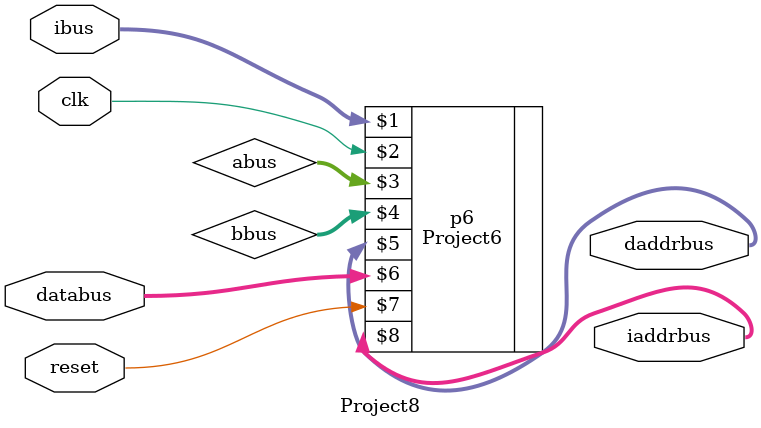
<source format=v>
module Project8(clk,reset,iaddrbus,ibus,daddrbus,databus);
input clk,reset;
input [31:0] ibus;
inout [31:0] databus;
output [31:0] iaddrbus,daddrbus;
wire [31:0] abus,bbus;
//module Project6(ibus,clk,abus,bbus,dbus,Databus,reset,iaddrbus);
Project6 p6(ibus,clk,abus,bbus,daddrbus,databus,reset,iaddrbus);
endmodule

</source>
